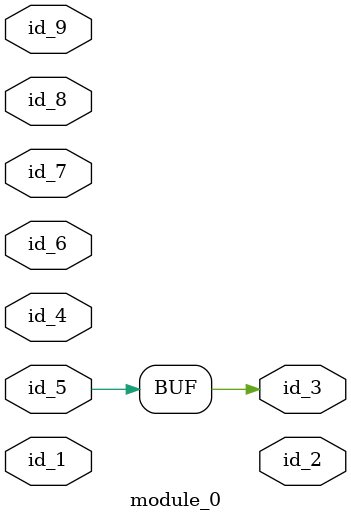
<source format=v>
`define pp_9 0
module module_0 (
    id_1,
    id_2,
    id_3,
    id_4,
    id_5,
    id_6,
    id_7,
    id_8,
    id_9
);
  input id_9;
  inout id_8;
  inout id_7;
  input id_6;
  inout id_5;
  inout id_4;
  output id_3;
  output id_2;
  inout id_1;
  assign id_3 = id_5;
endmodule

</source>
